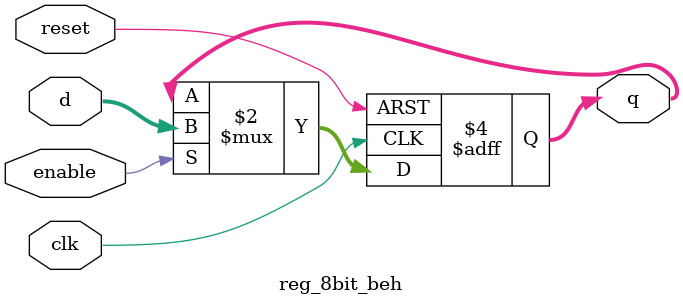
<source format=v>
module reg_8bit_beh 
(
    input  wire        clk,
    input  wire        reset,
    input  wire        enable,
    input  wire [7:0]  d,
    output reg  [7:0]  q
);
    always @(posedge clk or posedge reset)
    begin
        if (reset)
            q <= 8'b0;// reset value
        else if (enable)
            q <= d;// d value
       
    end
endmodule
</source>
